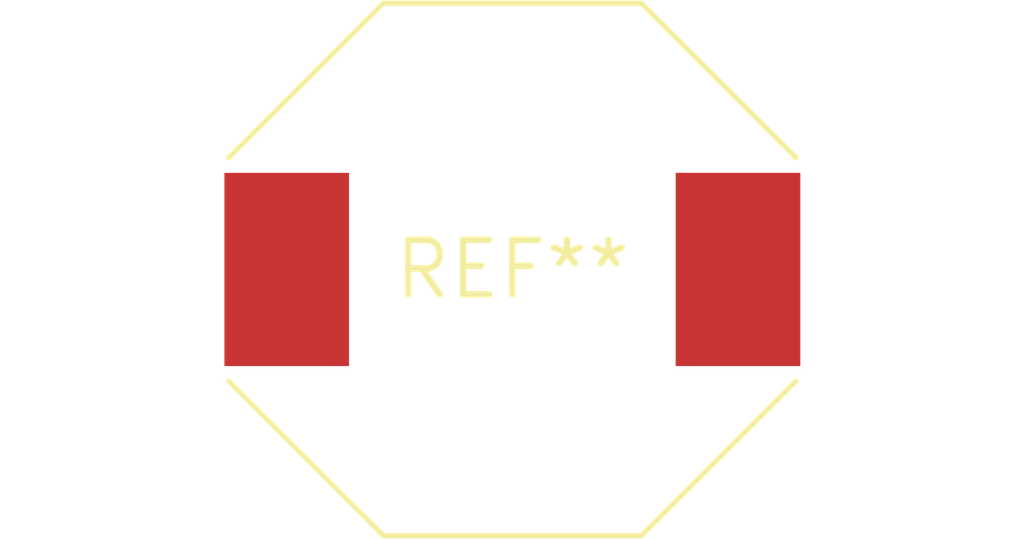
<source format=kicad_pcb>
(kicad_pcb (version 20240108) (generator pcbnew)
  (layers (0 "F.Cu" signal) (31 "B.Cu" signal) (34 "B.Paste" user) (35 "F.Paste" user) (36 "B.SilkS" user "B.Silkscreen") (37 "F.SilkS" user "F.Silkscreen") (38 "B.Mask" user) (39 "F.Mask" user) (44 "Edge.Cuts" user))
  (net 0 "")
  (footprint "L_Neosid_SMs95_SMs95p" (layer "F.Cu") (at 0 0)
    (property "Reference" "REF**")
    (property "Value" "L_Neosid_SMs95_SMs95p")
    (fp_line (start -6.6 -2.6) (end -3 -6.2) (layer "F.SilkS") (stroke (width 0.12)))
    (fp_line (start -3 -6.2) (end 3 -6.2) (layer "F.SilkS") (stroke (width 0.12)))
    (fp_line (start -3 6.2) (end -6.6 2.6) (layer "F.SilkS") (stroke (width 0.12)))
    (fp_line (start 3 -6.2) (end 6.6 -2.6) (layer "F.SilkS") (stroke (width 0.12)))
    (fp_line (start 3 6.2) (end -3 6.2) (layer "F.SilkS") (stroke (width 0.12)))
    (fp_line (start 6.6 2.6) (end 3 6.2) (layer "F.SilkS") (stroke (width 0.12)))
    (pad "1" smd rect (at -5.25 0) (size 2.9 4.5) (layers "F.Cu" "F.Paste" "F.Mask"))
    (pad "2" smd rect (at 5.25 0) (size 2.9 4.5) (layers "F.Cu" "F.Paste" "F.Mask"))
  )
)
</source>
